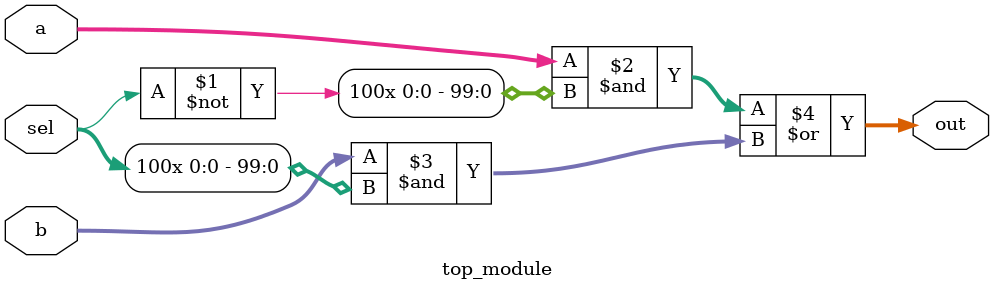
<source format=v>
module top_module( 
    input [99:0] a, b,
    input sel,
    output [99:0] out );
  assign out = a & {100{~sel}} | b & {100{sel}};
endmodule

</source>
